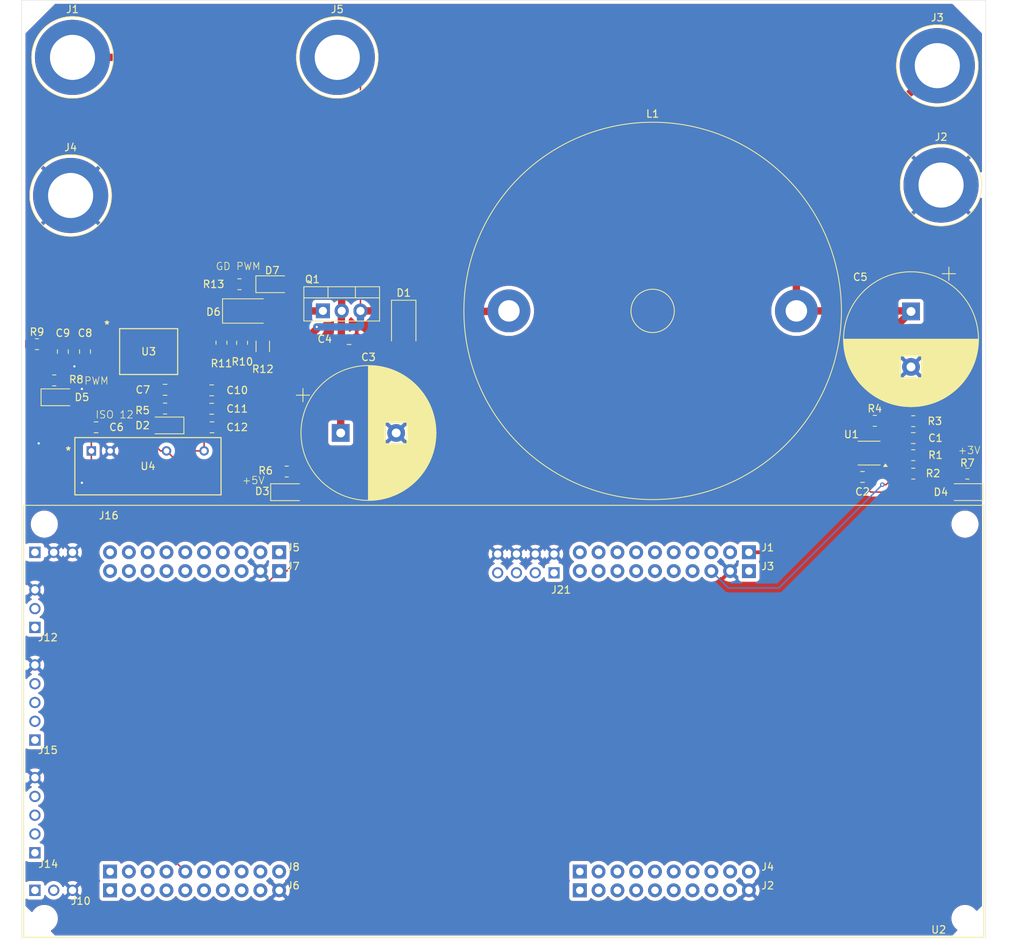
<source format=kicad_pcb>
(kicad_pcb (version 20240108) (generator "pcbnew") (generator_version "8.0")
  (layers (0 "F.Cu" signal) (31 "B.Cu" signal) (34 "B.Paste" user) (35 "F.Paste" user) (36 "B.SilkS" user "B.Silkscreen") (37 "F.SilkS" user "F.Silkscreen") (38 "B.Mask" user) (39 "F.Mask" user) (44 "Edge.Cuts" user))
  (net 0 "")
  (net 4 "Net-(U1A-+)")
  (net 5 "GND")
  (net 6 "+3.3V")
  (net 7 "Net-(U1A--)")
  (net 8 "/VFILT")
  (net 9 "/PowerStage/VIN")
  (net 10 "/VOUT")
  (net 11 "+5V")
  (net 18 "/GD/ISO_12")
  (net 23 "/GD/PWM_FILT")
  (net 24 "/VSW")
  (net 34 "Net-(D2-K)")
  (net 56 "Net-(D3-K)")
  (net 61 "Net-(D4-K)")
  (net 69 "Net-(D5-K)")
  (net 73 "/PWM")
  (net 82 "/VG")
  (net 85 "Net-(D6-K)")
  (net 89 "Net-(D7-K)")
  (net 92 "/GD/GD_PWM")
  (footprint "Connector:Banana_Jack_1Pin" (layer "F.Cu") (at 79.756 33.136)
    (property "Reference" "J1" (at 0 -6.5 0) (layer "F.SilkS"))
    (property "Value" "Conn_01x01_Pin")
    (pad "1" thru_hole circle (at 0 0) (size 10.16 10.16) (drill 6.1) (layers "*.Cu" "*.Mask") (net 9 "/PowerStage/VIN"))
  )
  (footprint "Connector:Banana_Jack_1Pin" (layer "F.Cu") (at 197.173 50.408)
    (property "Reference" "J2" (at 0 -6.5 0) (layer "F.SilkS"))
    (property "Value" "Conn_01x01_Pin")
    (pad "1" thru_hole circle (at 0 0) (size 10.16 10.16) (drill 6.1) (layers "*.Cu" "*.Mask") (net 5 "GND"))
  )
  (footprint "Connector:Banana_Jack_1Pin" (layer "F.Cu") (at 196.665 34.256)
    (property "Reference" "J3" (at 0 -6.5 0) (layer "F.SilkS"))
    (property "Value" "Conn_01x01_Pin")
    (pad "1" thru_hole circle (at 0 0) (size 10.16 10.16) (drill 6.1) (layers "*.Cu" "*.Mask") (net 10 "/VOUT"))
  )
  (footprint "Connector:Banana_Jack_1Pin" (layer "F.Cu") (at 115.549 33.136)
    (property "Reference" "J5" (at 0 -6.5 0) (layer "F.SilkS"))
    (property "Value" "Conn_01x01_Pin")
    (pad "1" thru_hole circle (at 0 0) (size 10.16 10.16) (drill 6.1) (layers "*.Cu" "*.Mask") (net 24 "/VSW"))
  )
  (footprint "Capacitor_SMD:C_0805_2012Metric" (layer "F.Cu") (at 193.4155 84.627)
    (property "Reference" "C1" (at 3 0 0) (layer "F.SilkS"))
    (property "Value" "560pF")
    (pad "1" smd roundrect (at -0.95 0) (size 1 1.45) (layers "F.Cu" "F.Paste" "F.Mask") (net 4 "Net-(U1A-+)"))
    (pad "2" smd roundrect (at 0.95 0) (size 1 1.45) (layers "F.Cu" "F.Paste" "F.Mask") (net 5 "GND"))
  )
  (footprint "Resistor_SMD:R_0805_2012Metric" (layer "F.Cu") (at 188.214 82.296)
    (property "Reference" "R4" (at 0 -1.65 0) (layer "F.SilkS"))
    (property "Value" "10k")
    (pad "1" smd roundrect (at -0.9125 0) (size 1.025 1.4) (layers "F.Cu" "F.Paste" "F.Mask") (roundrect_rratio 0.243902) (net 10 "/VOUT"))
    (pad "2" smd roundrect (at 0.9125 0) (size 1.025 1.4) (layers "F.Cu" "F.Paste" "F.Mask") (roundrect_rratio 0.243902) (net 4 "Net-(U1A-+)"))
  )
  (footprint "Resistor_SMD:R_0805_2012Metric_Pad1.20x1.40mm_HandSolder" (layer "F.Cu") (at 200.729 89.436 180)
    (property "Reference" "R7" (at 0 1.436 0) (layer "F.SilkS"))
    (property "Value" "3.3k")
    (pad "1" smd roundrect (at -1 0 180) (size 1.2 1.4) (layers "F.Cu" "F.Paste" "F.Mask") (roundrect_rratio 0.208333) (net 61 "Net-(D4-K)"))
    (pad "2" smd roundrect (at 1 0 180) (size 1.2 1.4) (layers "F.Cu" "F.Paste" "F.Mask") (roundrect_rratio 0.208333) (net 5 "GND"))
  )
  (footprint "LED_SMD:LED_1206_3216Metric" (layer "F.Cu") (at 108.831 91.948)
    (property "Reference" "D3" (at -3.421 -0.13 0) (layer "F.SilkS"))
    (property "Value" "IR26-21C_L110_TR8")
    (pad "1" smd roundrect (at -1.4 0) (size 1.25 1.75) (layers "F.Cu" "F.Paste" "F.Mask") (roundrect_rratio 0.2) (net 56 "Net-(D3-K)"))
    (pad "2" smd roundrect (at 1.4 0) (size 1.25 1.75) (layers "F.Cu" "F.Paste" "F.Mask") (roundrect_rratio 0.2) (net 11 "+5V"))
  )
  (footprint "Capacitor_THT:CP_Radial_D18.0mm_P7.50mm" (layer "F.Cu") (at 193.109 67.50422 -90)
    (property "Reference" "C5" (at -4.65022 6.858 180) (layer "F.SilkS"))
    (property "Value" "?")
    (pad "1" thru_hole rect (at 0 0 270) (size 2.4 2.4) (drill 1.2) (layers "*.Cu" "*.Mask") (net 10 "/VOUT"))
    (pad "2" thru_hole circle (at 7.5 0 270) (size 2.4 2.4) (drill 1.2) (layers "*.Cu" "*.Mask") (net 5 "GND"))
  )
  (footprint "Resistor_SMD:R_0805_2012Metric" (layer "F.Cu") (at 193.4155 89.438)
    (property "Reference" "R2" (at 2.6725 -0.03 0) (layer "F.SilkS"))
    (property "Value" "?")
    (pad "1" smd roundrect (at -0.9125 0) (size 1.025 1.4) (layers "F.Cu" "F.Paste" "F.Mask") (roundrect_rratio 0.243902) (net 7 "Net-(U1A--)"))
    (pad "2" smd roundrect (at 0.9125 0) (size 1.025 1.4) (layers "F.Cu" "F.Paste" "F.Mask") (roundrect_rratio 0.243902) (net 8 "/VFILT"))
  )
  (footprint "Capacitor_SMD:C_0805_2012Metric" (layer "F.Cu") (at 186.553 89.888)
    (property "Reference" "C2" (at 0 2 0) (layer "F.SilkS"))
    (property "Value" "C")
    (pad "1" smd roundrect (at -0.95 0) (size 1 1.45) (layers "F.Cu" "F.Paste" "F.Mask") (net 6 "+3.3V"))
    (pad "2" smd roundrect (at 0.95 0) (size 1 1.45) (layers "F.Cu" "F.Paste" "F.Mask") (net 5 "GND"))
  )
  (footprint "LED_SMD:LED_1206_3216Metric" (layer "F.Cu") (at 77.793 79.11)
    (property "Reference" "D5" (at 3.233 0 0) (layer "F.SilkS"))
    (property "Value" "IR26-21C_L110_TR8")
    (pad "1" smd roundrect (at -1.4 0) (size 1.25 1.75) (layers "F.Cu" "F.Paste" "F.Mask") (roundrect_rratio 0.2) (net 69 "Net-(D5-K)"))
    (pad "2" smd roundrect (at 1.4 0) (size 1.25 1.75) (layers "F.Cu" "F.Paste" "F.Mask") (roundrect_rratio 0.2) (net 73 "/PWM"))
  )
  (footprint "Resistor_SMD:R_0805_2012Metric_Pad1.20x1.40mm_HandSolder" (layer "F.Cu") (at 77.285 76.824)
    (property "Reference" "R8" (at 2.979 -0.116 0) (layer "F.SilkS"))
    (property "Value" "3.3k")
    (pad "1" smd roundrect (at -1 0) (size 1.2 1.4) (layers "F.Cu" "F.Paste" "F.Mask") (roundrect_rratio 0.208333) (net 69 "Net-(D5-K)"))
    (pad "2" smd roundrect (at 1 0) (size 1.2 1.4) (layers "F.Cu" "F.Paste" "F.Mask") (roundrect_rratio 0.208333) (net 5 "GND"))
  )
  (footprint "Connector:Banana_Jack_1Pin" (layer "F.Cu") (at 79.502 51.816)
    (property "Reference" "J4" (at 0 -6.5 0) (layer "F.SilkS"))
    (property "Value" "Conn_01x01_Pin")
    (pad "1" thru_hole circle (at 0 0) (size 10.16 10.16) (drill 6.1) (layers "*.Cu" "*.Mask") (net 5 "GND"))
  )
  (footprint "Resistor_SMD:R_0805_2012Metric_Pad1.20x1.40mm_HandSolder" (layer "F.Cu") (at 99.891 71.726 90)
    (property "Reference" "R11" (at -2.812 0 180) (layer "F.SilkS"))
    (property "Value" "12R")
    (pad "1" smd roundrect (at -1 0 90) (size 1.2 1.4) (layers "F.Cu" "F.Paste" "F.Mask") (roundrect_rratio 0.208333) (net 92 "/GD/GD_PWM"))
    (pad "2" smd roundrect (at 1 0 90) (size 1.2 1.4) (layers "F.Cu" "F.Paste" "F.Mask") (roundrect_rratio 0.208333) (net 85 "Net-(D6-K)"))
  )
  (footprint "Capacitor_SMD:C_0805_2012Metric" (layer "F.Cu") (at 92.271 78.094 180)
    (property "Reference" "C7" (at 3 0 0) (layer "F.SilkS"))
    (property "Value" "C")
    (pad "1" smd roundrect (at -0.95 0 180) (size 1 1.45) (layers "F.Cu" "F.Paste" "F.Mask") (net 18 "/GD/ISO_12"))
    (pad "2" smd roundrect (at 0.95 0 180) (size 1 1.45) (layers "F.Cu" "F.Paste" "F.Mask") (net 24 "/VSW"))
  )
  (footprint "Diode_SMD:D_SMA" (layer "F.Cu") (at 103.549 67.436)
    (property "Reference" "D6" (at -4.743 0.128 0) (layer "F.SilkS"))
    (property "Value" "US2AA")
    (pad "1" smd roundrect (at -2 0) (size 2.5 1.8) (layers "F.Cu" "F.Paste" "F.Mask") (roundrect_rratio 0.1388888889) (net 85 "Net-(D6-K)"))
    (pad "2" smd roundrect (at 2 0) (size 2.5 1.8) (layers "F.Cu" "F.Paste" "F.Mask") (roundrect_rratio 0.1388888889) (net 82 "/VG"))
  )
  (footprint "Package_TO_SOT_THT:TO-220-3_Vertical" (layer "F.Cu") (at 113.607 67.426)
    (property "Reference" "Q1" (at -1.42 -4.27 0) (layer "F.SilkS"))
    (property "Value" "IRF540N")
    (pad "1" thru_hole rect (at 0 0) (size 1.905 2) (drill 1.1) (layers "*.Cu" "*.Mask") (net 82 "/VG"))
    (pad "2" thru_hole oval (at 2.54 0) (size 1.905 2) (drill 1.1) (layers "*.Cu" "*.Mask") (net 9 "/PowerStage/VIN"))
    (pad "3" thru_hole oval (at 5.08 0) (size 1.905 2) (drill 1.1) (layers "*.Cu" "*.Mask") (net 24 "/VSW"))
  )
  (footprint "LAUNCHXL_F28379D:MOD_LAUNCHXL-F28379D" (layer "F.Cu") (at 138.049 122.936 180)
    (property "Reference" "U2" (at -58.801 -28.194 0) (layer "F.SilkS"))
    (property "Value" "LAUNCHXL-F28379D")
    (fp_text user "J6" (at 28.448 -22.225 0) (layer "F.SilkS"))
    (fp_text user "J5" (at 28.448 23.495 0) (layer "F.SilkS"))
    (fp_text user "J1" (at -35.687 23.495 0) (layer "F.SilkS"))
    (fp_text user "J16" (at 53.398 27.824 0) (layer "F.SilkS"))
    (fp_text user "J2" (at -35.687 -22.225 0) (layer "F.SilkS"))
    (fp_text user "J15" (at 61.628 -3.905 0) (layer "F.SilkS"))
    (fp_text user "J14" (at 61.578 -19.305 0) (layer "F.SilkS"))
    (fp_text user "J7" (at 28.448 20.955 0) (layer "F.SilkS"))
    (fp_text user "J12" (at 61.628 11.335 0) (layer "F.SilkS"))
    (fp_text user "J4" (at -35.687 -19.685 0) (layer "F.SilkS"))
    (fp_text user "J3" (at -35.687 20.955 0) (layer "F.SilkS"))
    (fp_text user "J21" (at -7.747 17.78 0) (layer "F.SilkS"))
    (fp_text user "J10" (at 57.178 -24.305 0) (layer "F.SilkS"))
    (fp_text user "J8" (at 28.448 -19.685 0) (layer "F.SilkS"))
    (pad "" np_thru_hole circle (at -62.357 -26.67 180) (size 3.175 3.175) (drill 3.175) (layers "*.Cu" "*.Mask"))
    (pad "" np_thru_hole circle (at -62.357 26.67 180) (size 3.175 3.175) (drill 3.175) (layers "*.Cu" "*.Mask"))
    (pad "" np_thru_hole circle (at 62.103 -26.67 180) (size 3.175 3.175) (drill 3.175) (layers "*.Cu" "*.Mask"))
    (pad "" np_thru_hole circle (at 62.103 26.67 180) (size 3.175 3.175) (drill 3.175) (layers "*.Cu" "*.Mask"))
    (pad "J1_1" thru_hole rect (at -33.147 22.86 180) (size 1.8796 1.8796) (drill 1.016) (layers "*.Cu" "*.Mask") (net 6 "+3.3V"))
    (pad "J1_2" thru_hole circle (at -30.607 22.86 180) (size 1.8796 1.8796) (drill 1.016) (layers "*.Cu" "*.Mask"))
    (pad "J1_3" thru_hole circle (at -28.067 22.86 180) (size 1.8796 1.8796) (drill 1.016) (layers "*.Cu" "*.Mask"))
    (pad "J1_4" thru_hole circle (at -25.527 22.86 180) (size 1.8796 1.8796) (drill 1.016) (layers "*.Cu" "*.Mask"))
    (pad "J1_5" thru_hole circle (at -22.987 22.86 180) (size 1.8796 1.8796) (drill 1.016) (layers "*.Cu" "*.Mask"))
    (pad "J1_6" thru_hole circle (at -20.447 22.86 180) (size 1.8796 1.8796) (drill 1.016) (layers "*.Cu" "*.Mask"))
    (pad "J1_7" thru_hole circle (at -17.907 22.86 180) (size 1.8796 1.8796) (drill 1.016) (layers "*.Cu" "*.Mask"))
    (pad "J1_8" thru_hole circle (at -15.367 22.86 180) (size 1.8796 1.8796) (drill 1.016) (layers "*.Cu" "*.Mask"))
    (pad "J1_9" thru_hole circle (at -12.827 22.86 180) (size 1.8796 1.8796) (drill 1.016) (layers "*.Cu" "*.Mask"))
    (pad "J1_10" thru_hole circle (at -10.287 22.86 180) (size 1.8796 1.8796) (drill 1.016) (layers "*.Cu" "*.Mask"))
    (pad "J2_1" thru_hole rect (at -10.287 -22.86 180) (size 1.8796 1.8796) (drill 1.016) (layers "*.Cu" "*.Mask"))
    (pad "J2_2" thru_hole circle (at -12.827 -22.86 180) (size 1.8796 1.8796) (drill 1.016) (layers "*.Cu" "*.Mask"))
    (pad "J2_3" thru_hole circle (at -15.367 -22.86 180) (size 1.8796 1.8796) (drill 1.016) (layers "*.Cu" "*.Mask"))
    (pad "J2_4" thru_hole circle (at -17.907 -22.86 180) (size 1.8796 1.8796) (drill 1.016) (layers "*.Cu" "*.Mask"))
    (pad "J2_5" thru_hole circle (at -20.447 -22.86 180) (size 1.8796 1.8796) (drill 1.016) (layers "*.Cu" "*.Mask"))
    (pad "J2_6" thru_hole circle (at -22.987 -22.86 180) (size 1.8796 1.8796) (drill 1.016) (layers "*.Cu" "*.Mask"))
    (pad "J2_7" thru_hole circle (at -25.527 -22.86 180) (size 1.8796 1.8796) (drill 1.016) (layers "*.Cu" "*.Mask"))
    (pad "J2_8" thru_hole circle (at -28.067 -22.86 180) (size 1.8796 1.8796) (drill 1.016) (layers "*.Cu" "*.Mask"))
    (pad "J2_9" thru_hole circle (at -30.607 -22.86 180) (size 1.8796 1.8796) (drill 1.016) (layers "*.Cu" "*.Mask"))
    (pad "J2_10" thru_hole circle (at -33.147 -22.86 180) (size 1.8796 1.8796) (drill 1.016) (layers "*.Cu" "*.Mask") (net 5 "GND"))
    (pad "J3_1" thru_hole rect (at -33.147 20.32 180) (size 1.8796 1.8796) (drill 1.016) (layers "*.Cu" "*.Mask"))
    (pad "J3_2" thru_hole circle (at -30.607 20.32 180) (size 1.8796 1.8796) (drill 1.016) (layers "*.Cu" "*.Mask") (net 5 "GND"))
    (pad "J3_3" thru_hole circle (at -28.067 20.32 180) (size 1.8796 1.8796) (drill 1.016) (layers "*.Cu" "*.Mask") (net 8 "/VFILT"))
    (pad "J3_4" thru_hole circle (at -25.527 20.32 180) (size 1.8796 1.8796) (drill 1.016) (layers "*.Cu" "*.Mask"))
    (pad "J3_5" thru_hole circle (at -22.987 20.32 180) (size 1.8796 1.8796) (drill 1.016) (layers "*.Cu" "*.Mask"))
    (pad "J3_6" thru_hole circle (at -20.447 20.32 180) (size 1.8796 1.8796) (drill 1.016) (layers "*.Cu" "*.Mask"))
    (pad "J3_7" thru_hole circle (at -17.907 20.32 180) (size 1.8796 1.8796) (drill 1.016) (layers "*.Cu" "*.Mask"))
    (pad "J3_8" thru_hole circle (at -15.367 20.32 180) (size 1.8796 1.8796) (drill 1.016) (layers "*.Cu" "*.Mask"))
    (pad "J3_9" thru_hole circle (at -12.827 20.32 180) (size 1.8796 1.8796) (drill 1.016) (layers "*.Cu" "*.Mask"))
    (pad "J3_10" thru_hole circle (at -10.287 20.32 180) (size 1.8796 1.8796) (drill 1.016) (layers "*.Cu" "*.Mask"))
    (pad "J4_1" thru_hole rect (at -10.287 -20.32 180) (size 1.8796 1.8796) (drill 1.016) (layers "*.Cu" "*.Mask"))
    (pad "J4_2" thru_hole circle (at -12.827 -20.32 180) (size 1.8796 1.8796) (drill 1.016) (layers "*.Cu" "*.Mask"))
    (pad "J4_3" thru_hole circle (at -15.367 -20.32 180) (size 1.8796 1.8796) (drill 1.016) (layers "*.Cu" "*.Mask"))
    (pad "J4_4" thru_hole circle (at -17.907 -20.32 180) (size 1.8796 1.8796) (drill 1.016) (layers "*.Cu" "*.Mask"))
    (pad "J4_5" thru_hole circle (at -20.447 -20.32 180) (size 1.8796 1.8796) (drill 1.016) (layers "*.Cu" "*.Mask"))
    (pad "J4_6" thru_hole circle (at -22.987 -20.32 180) (size 1.8796 1.8796) (drill 1.016) (layers "*.Cu" "*.Mask"))
    (pad "J4_7" thru_hole circle (at -25.527 -20.32 180) (size 1.8796 1.8796) (drill 1.016) (layers "*.Cu" "*.Mask"))
    (pad "J4_8" thru_hole circle (at -28.067 -20.32 180) (size 1.8796 1.8796) (drill 1.016) (layers "*.Cu" "*.Mask"))
    (pad "J4_9" thru_hole circle (at -30.607 -20.32 180) (size 1.8796 1.8796) (drill 1.016) (layers "*.Cu" "*.Mask"))
    (pad "J4_10" thru_hole circle (at -33.147 -20.32 180) (size 1.8796 1.8796) (drill 1.016) (layers "*.Cu" "*.Mask"))
    (pad "J5_1" thru_hole rect (at 30.353 22.86 180) (size 1.8796 1.8796) (drill 1.016) (layers "*.Cu" "*.Mask"))
    (pad "J5_2" thru_hole circle (at 32.893 22.86 180) (size 1.8796 1.8796) (drill 1.016) (layers "*.Cu" "*.Mask"))
    (pad "J5_3" thru_hole circle (at 35.433 22.86 180) (size 1.8796 1.8796) (drill 1.016) (layers "*.Cu" "*.Mask"))
    (pad "J5_4" thru_hole circle (at 37.973 22.86 180) (size 1.8796 1.8796) (drill 1.016) (layers "*.Cu" "*.Mask"))
    (pad "J5_5" thru_hole circle (at 40.513 22.86 180) (size 1.8796 1.8796) (drill 1.016) (layers "*.Cu" "*.Mask"))
    (pad "J5_6" thru_hole circle (at 43.053 22.86 180) (size 1.8796 1.8796) (drill 1.016) (layers "*.Cu" "*.Mask"))
    (pad "J5_7" thru_hole circle (at 45.593 22.86 180) (size 1.8796 1.8796) (drill 1.016) (layers "*.Cu" "*.Mask"))
    (pad "J5_8" thru_hole circle (at 48.133 22.86 180) (size 1.8796 1.8796) (drill 1.016) (layers "*.Cu" "*.Mask"))
    (pad "J5_9" thru_hole circle (at 50.673 22.86 180) (size 1.8796 1.8796) (drill 1.016) (layers "*.Cu" "*.Mask"))
    (pad "J5_10" thru_hole circle (at 53.213 22.86 180) (size 1.8796 1.8796) (drill 1.016) (layers "*.Cu" "*.Mask"))
    (pad "J6_1" thru_hole rect (at 53.213 -22.86 180) (size 1.8796 1.8796) (drill 1.016) (layers "*.Cu" "*.Mask"))
    (pad "J6_2" thru_hole circle (at 50.673 -22.86 180) (size 1.8796 1.8796) (drill 1.016) (layers "*.Cu" "*.Mask"))
    (pad "J6_3" thru_hole circle (at 48.133 -22.86 180) (size 1.8796 1.8796) (drill 1.016) (layers "*.Cu" "*.Mask"))
    (pad "J6_4" thru_hole circle (at 45.593 -22.86 180) (size 1.8796 1.8796) (drill 1.016) (layers "*.Cu" "*.Mask"))
    (pad "J6_5" thru_hole circle (at 43.053 -22.86 180) (size 1.8796 1.8796) (drill 1.016) (layers "*.Cu" "*.Mask"))
    (pad "J6_6" thru_hole circle (at 40.513 -22.86 180) (size 1.8796 1.8796) (drill 1.016) (layers "*.Cu" "*.Mask"))
    (pad "J6_7" thru_hole circle (at 37.973 -22.86 180) (size 1.8796 1.8796) (drill 1.016) (layers "*.Cu" "*.Mask"))
    (pad "J6_8" thru_hole circle (at 35.433 -22.86 180) (size 1.8796 1.8796) (drill 1.016) (layers "*.Cu" "*.Mask"))
    (pad "J6_9" thru_hole circle (at 32.893 -22.86 180) (size 1.8796 1.8796) (drill 1.016) (layers "*.Cu" "*.Mask"))
    (pad "J6_10" thru_hole circle (at 30.353 -22.86 180) (size 1.8796 1.8796) (drill 1.016) (layers "*.Cu" "*.Mask") (net 5 "GND"))
    (pad "J7_1" thru_hole rect (at 30.353 20.32 180) (size 1.8796 1.8796) (drill 1.016) (layers "*.Cu" "*.Mask") (net 11 "+5V"))
    (pad "J7_2" thru_hole circle (at 32.893 20.32 180) (size 1.8796 1.8796) (drill 1.016) (layers "*.Cu" "*.Mask") (net 5 "GND"))
    (pad "J7_3" thru_hole circle (at 35.433 20.32 180) (size 1.8796 1.8796) (drill 1.016) (layers "*.Cu" "*.Mask"))
    (pad "J7_4" thru_hole circle (at 37.973 20.32 180) (size 1.8796 1.8796) (drill 1.016) (layers "*.Cu" "*.Mask"))
    (pad "J7_5" thru_hole circle (at 40.513 20.32 180) (size 1.8796 1.8796) (drill 1.016) (layers "*.Cu" "*.Mask"))
    (pad "J7_6" thru_hole circle (at 43.053 20.32 180) (size 1.8796 1.8796) (drill 1.016) (layers "*.Cu" "*.Mask"))
    (pad "J7_7" thru_hole circle (at 45.593 20.32 180) (size 1.8796 1.8796) (drill 1.016) (layers "*.Cu" "*.Mask"))
    (pad "J7_8" thru_hole circle (at 48.133 20.32 180) (size 1.8796 1.8796) (drill 1.016) (layers "*.Cu" "*.Mask"))
    (pad "J7_9" thru_hole circle (at 50.673 20.32 180) (size 1.8796 1.8796) (drill 1.016) (layers "*.Cu" "*.Mask"))
    (pad "J7_10" thru_hole circle (at 53.213 20.32 180) (size 1.8796 1.8796) (drill 1.016) (layers "*.Cu" "*.Mask"))
    (pad "J8_1" thru_hole rect (at 53.213 -20.32 180) (size 1.8796 1.8796) (drill 1.016) (layers "*.Cu" "*.Mask"))
    (pad "J8_2" thru_hole circle (at 50.673 -20.32 180) (size 1.8796 1.8796) (drill 1.016) (layers "*.Cu" "*.Mask"))
    (pad "J8_3" thru_hole circle (at 48.133 -20.32 180) (size 1.8796 1.8796) (drill 1.016) (layers "*.Cu" "*.Mask"))
    (pad "J8_4" thru_hole circle (at 45.593 -20.32 180) (size 1.8796 1.8796) (drill 1.016) (layers "*.Cu" "*.Mask"))
    (pad "J8_5" thru_hole circle (at 43.053 -20.32 180) (size 1.8796 1.8796) (drill 1.016) (layers "*.Cu" "*.Mask") (net 73 "/PWM"))
    (pad "J8_6" thru_hole circle (at 40.513 -20.32 180) (size 1.8796 1.8796) (drill 1.016) (layers "*.Cu" "*.Mask"))
    (pad "J8_7" thru_hole circle (at 37.973 -20.32 180) (size 1.8796 1.8796) (drill 1.016) (layers "*.Cu" "*.Mask"))
    (pad "J8_8" thru_hole circle (at 35.433 -20.32 180) (size 1.8796 1.8796) (drill 1.016) (layers "*.Cu" "*.Mask"))
    (pad "J8_9" thru_hole circle (at 32.893 -20.32 180) (size 1.8796 1.8796) (drill 1.016) (layers "*.Cu" "*.Mask"))
    (pad "J8_10" thru_hole circle (at 30.353 -20.32 180) (size 1.8796 1.8796) (drill 1.016) (layers "*.Cu" "*.Mask"))
    (pad "J10_1" thru_hole rect (at 63.373 -22.86 180) (size 1.524 1.524) (drill 1.016) (layers "*.Cu" "*.Mask"))
    (pad "J10_2" thru_hole circle (at 60.833 -22.86 180) (size 1.524 1.524) (drill 1.016) (layers "*.Cu" "*.Mask"))
    (pad "J10_3" thru_hole circle (at 58.293 -22.86 180) (size 1.524 1.524) (drill 1.016) (layers "*.Cu" "*.Mask") (net 5 "GND"))
    (pad "J12_1" thru_hole rect (at 63.373 12.7 180) (size 1.524 1.524) (drill 1.016) (layers "*.Cu" "*.Mask"))
    (pad "J12_2" thru_hole circle (at 63.373 15.24 180) (size 1.524 1.524) (drill 1.016) (layers "*.Cu" "*.Mask"))
    (pad "J12_3" thru_hole circle (at 63.373 17.78 180) (size 1.524 1.524) (drill 1.016) (layers "*.Cu" "*.Mask") (net 5 "GND"))
    (pad "J14_1" thru_hole rect (at 63.373 -17.78 180) (size 1.524 1.524) (drill 1.016) (layers "*.Cu" "*.Mask"))
    (pad "J14_2" thru_hole circle (at 63.373 -15.24 180) (size 1.524 1.524) (drill 1.016) (layers "*.Cu" "*.Mask"))
    (pad "J14_3" thru_hole circle (at 63.373 -12.7 180) (size 1.524 1.524) (drill 1.016) (layers "*.Cu" "*.Mask"))
    (pad "J14_4" thru_hole circle (at 63.373 -10.16 180) (size 1.524 1.524) (drill 1.016) (layers "*.Cu" "*.Mask"))
    (pad "J14_5" thru_hole circle (at 63.373 -7.62 180) (size 1.524 1.524) (drill 1.016) (layers "*.Cu" "*.Mask") (net 5 "GND"))
    (pad "J15_1" thru_hole rect (at 63.373 -2.54 180) (size 1.524 1.524) (drill 1.016) (layers "*.Cu" "*.Mask"))
    (pad "J15_2" thru_hole circle (at 63.373 0 180) (size 1.524 1.524) (drill 1.016) (layers "*.Cu" "*.Mask"))
    (pad "J15_3" thru_hole circle (at 63.373 2.54 180) (size 1.524 1.524) (drill 1.016) (layers "*.Cu" "*.Mask"))
    (pad "J15_4" thru_hole circle (at 63.373 5.08 180) (size 1.524 1.524) (drill 1.016) (layers "*.Cu" "*.Mask"))
    (pad "J15_5" thru_hole circle (at 63.373 7.62 180) (size 1.524 1.524) (drill 1.016) (layers "*.Cu" "*.Mask") (net 5 "GND"))
    (pad "J16_1" thru_hole rect (at 63.373 22.86 180) (size 1.524 1.524) (drill 1.016) (layers "*.Cu" "*.Mask"))
    (pad "J16_2" thru_hole circle (at 60.833 22.86 180) (size 1.524 1.524) (drill 1.016) (layers "*.Cu" "*.Mask") (net 5 "GND"))
    (pad "J16_3" thru_hole circle (at 58.293 22.86 180) (size 1.524 1.524) (drill 1.016) (layers "*.Cu" "*.Mask") (net 5 "GND"))
    (pad "J21_1" thru_hole rect (at -6.803 20.086 180) (size 1.5 1.5) (drill 1) (layers "*.Cu" "*.Mask"))
    (pad "J21_2" thru_hole circle (at -6.803 22.626 180) (size 1.5 1.5) (drill 1) (layers "*.Cu" "*.Mask") (net 5 "GND"))
    (pad "J21_3" thru_hole circle (at -4.263 20.086 180) (size 1.5 1.5) (drill 1) (layers "*.Cu" "*.Mask"))
    (pad "J21_4" thru_hole circle (at -4.263 22.626 180) (size 1.5 1.5) (drill 1) (layers "*.Cu" "*.Mask") (net 5 "GND"))
    (pad "J21_5" thru_hole circle (at -1.723 20.086 180) (size 1.5 1.5) (drill 1) (layers "*.Cu" "*.Mask"))
    (pad "J21_6" thru_hole circle (at -1.723 22.626 180) (size 1.5 1.5) (drill 1) (layers "*.Cu" "*.Mask") (net 5 "GND"))
    (pad "J21_7" thru_hole circle (at 0.817 20.086 180) (size 1.5 1.5) (drill 1) (layers "*.Cu" "*.Mask"))
    (pad "J21_8" thru_hole circle (at 0.817 22.626 180) (size 1.5 1.5) (drill 1) (layers "*.Cu" "*.Mask") (net 5 "GND"))
  )
  (footprint "Package_SO:VSSOP-8_3x3mm_P0.65mm" (layer "F.Cu") (at 187.4405 86.659 180)
    (property "Reference" "U1" (at 2.3875 2.525 0) (layer "F.SilkS"))
    (property "Value" "LM358")
    (pad "1" smd roundrect (at -2.1125 -0.975 180) (size 1.625 0.5) (layers "F.Cu" "F.Paste" "F.Mask") (net 8 "/VFILT"))
    (pad "2" smd roundrect (at -2.1125 -0.325 180) (size 1.625 0.5) (layers "F.Cu" "F.Paste" "F.Mask") (net 7 "Net-(U1A--)"))
    (pad "3" smd roundrect (at -2.1125 0.325 180) (size 1.625 0.5) (layers "F.Cu" "F.Paste" "F.Mask") (net 4 "Net-(U1A-+)"))
    (pad "4" smd roundrect (at -2.1125 0.975 180) (size 1.625 0.5) (layers "F.Cu" "F.Paste" "F.Mask") (net 5 "GND"))
    (pad "5" smd roundrect (at 2.1125 0.975 180) (size 1.625 0.5) (layers "F.Cu" "F.Paste" "F.Mask"))
    (pad "6" smd roundrect (at 2.1125 0.325 180) (size 1.625 0.5) (layers "F.Cu" "F.Paste" "F.Mask"))
    (pad "7" smd roundrect (at 2.1125 -0.325 180) (size 1.625 0.5) (layers "F.Cu" "F.Paste" "F.Mask"))
    (pad "8" smd roundrect (at 2.1125 -0.975 180) (size 1.625 0.5) (layers "F.Cu" "F.Paste" "F.Mask") (net 6 "+3.3V"))
  )
  (footprint "Capacitor_SMD:C_0805_2012Metric" (layer "F.Cu") (at 98.571 78.174)
    (property "Reference" "C10" (at 3.45 -0.01 180) (layer "F.SilkS"))
    (property "Value" "10u")
    (pad "1" smd roundrect (at -0.95 0) (size 1 1.45) (layers "F.Cu" "F.Paste" "F.Mask") (net 18 "/GD/ISO_12"))
    (pad "2" smd roundrect (at 0.95 0) (size 1 1.45) (layers "F.Cu" "F.Paste" "F.Mask") (net 24 "/VSW"))
  )
  (footprint "Capacitor_SMD:C_0805_2012Metric" (layer "F.Cu") (at 82.939 83.174)
    (property "Reference" "C6" (at 2.768 -0.016 0) (layer "F.SilkS"))
    (property "Value" "1u")
    (pad "1" smd roundrect (at -0.95 0) (size 1 1.45) (layers "F.Cu" "F.Paste" "F.Mask") (net 11 "+5V"))
    (pad "2" smd roundrect (at 0.95 0) (size 1 1.45) (layers "F.Cu" "F.Paste" "F.Mask") (net 5 "GND"))
  )
  (footprint "LED_SMD:LED_1206_3216Metric" (layer "F.Cu") (at 106.827 63.818)
    (property "Reference" "D7" (at -0.078 -1.86 0) (layer "F.SilkS"))
    (property "Value" "IR26-21C_L110_TR8")
    (pad "1" smd roundrect (at -1.4 0) (size 1.25 1.75) (layers "F.Cu" "F.Paste" "F.Mask") (roundrect_rratio 0.2) (net 89 "Net-(D7-K)"))
    (pad "2" smd roundrect (at 1.4 0) (size 1.25 1.75) (layers "F.Cu" "F.Paste" "F.Mask") (roundrect_rratio 0.2) (net 82 "/VG"))
  )
  (footprint "Resistor_SMD:R_0805_2012Metric_Pad1.20x1.40mm_HandSolder" (layer "F.Cu") (at 108.712 89.154)
    (property "Reference" "R6" (at -2.847 -0.116 0) (layer "F.SilkS"))
    (property "Value" "3.3k")
    (pad "1" smd roundrect (at -1 0) (size 1.2 1.4) (layers "F.Cu" "F.Paste" "F.Mask") (roundrect_rratio 0.208333) (net 56 "Net-(D3-K)"))
    (pad "2" smd roundrect (at 1 0) (size 1.2 1.4) (layers "F.Cu" "F.Paste" "F.Mask") (roundrect_rratio 0.208333) (net 5 "GND"))
  )
  (footprint "LED_SMD:LED_1206_3216Metric" (layer "F.Cu") (at 200.549 91.936 180)
    (property "Reference" "D4" (at 3.4 0 0) (layer "F.SilkS"))
    (property "Value" "IR26-21C_L110_TR8")
    (pad "1" smd roundrect (at -1.4 0 180) (size 1.25 1.75) (layers "F.Cu" "F.Paste" "F.Mask") (roundrect_rratio 0.2) (net 61 "Net-(D4-K)"))
    (pad "2" smd roundrect (at 1.4 0 180) (size 1.25 1.75) (layers "F.Cu" "F.Paste" "F.Mask") (roundrect_rratio 0.2) (net 6 "+3.3V"))
  )
  (footprint "Capacitor_SMD:C_0805_2012Metric" (layer "F.Cu") (at 98.621 83.174)
    (property "Reference" "C12" (at 3.4 -0.01 180) (layer "F.SilkS"))
    (property "Value" "10u")
    (pad "1" smd roundrect (at -0.95 0) (size 1 1.45) (layers "F.Cu" "F.Paste" "F.Mask") (net 18 "/GD/ISO_12"))
    (pad "2" smd roundrect (at 0.95 0) (size 1 1.45) (layers "F.Cu" "F.Paste" "F.Mask") (net 24 "/VSW"))
  )
  (footprint "Resistor_SMD:R_1206_3216Metric_Pad1.30x1.75mm_HandSolder" (layer "F.Cu") (at 105.479 72.226 90)
    (property "Reference" "R12" (at -3.074 0 180) (layer "F.SilkS"))
    (property "Value" "50R")
    (pad "1" smd roundrect (at -1.55 0 90) (size 1.3 1.75) (layers "F.Cu" "F.Paste" "F.Mask") (roundrect_rratio 0.192308) (net 24 "/VSW"))
    (pad "2" smd roundrect (at 1.55 0 90) (size 1.3 1.75) (layers "F.Cu" "F.Paste" "F.Mask") (roundrect_rratio 0.192308) (net 82 "/VG"))
  )
  (footprint "LED_SMD:LED_1206_3216Metric" (layer "F.Cu") (at 92.525 82.92 180)
    (property "Reference" "D2" (at 3.302 0 0) (layer "F.SilkS"))
    (property "Value" "IR26-21C_L110_TR8")
    (pad "1" smd roundrect (at -1.4 0 180) (size 1.25 1.75) (layers "F.Cu" "F.Paste" "F.Mask") (roundrect_rratio 0.2) (net 34 "Net-(D2-K)"))
    (pad "2" smd roundrect (at 1.4 0 180) (size 1.25 1.75) (layers "F.Cu" "F.Paste" "F.Mask") (roundrect_rratio 0.2) (net 18 "/GD/ISO_12"))
  )
  (footprint "Capacitor_THT:CP_Radial_D18.0mm_P7.50mm" (layer "F.Cu") (at 116.013 83.936)
    (property "Reference" "C3" (at 3.75 -10.25 0) (layer "F.SilkS"))
    (property "Value" "470u")
    (pad "1" thru_hole rect (at 0 0) (size 2.4 2.4) (drill 1.2) (layers "*.Cu" "*.Mask") (net 9 "/PowerStage/VIN"))
    (pad "2" thru_hole circle (at 7.5 0) (size 2.4 2.4) (drill 1.2) (layers "*.Cu" "*.Mask") (net 5 "GND"))
  )
  (footprint "Capacitor_SMD:C_0805_2012Metric" (layer "F.Cu") (at 98.571 80.664)
    (property "Reference" "C11" (at 3.45 0 180) (layer "F.SilkS"))
    (property "Value" "220n")
    (pad "1" smd roundrect (at -0.95 0) (size 1 1.45) (layers "F.Cu" "F.Paste" "F.Mask") (net 18 "/GD/ISO_12"))
    (pad "2" smd roundrect (at 0.95 0) (size 1 1.45) (layers "F.Cu" "F.Paste" "F.Mask") (net 24 "/VSW"))
  )
  (footprint "Resistor_SMD:R_0805_2012Metric_Pad1.20x1.40mm_HandSolder" (layer "F.Cu") (at 74.949 71.926)
    (property "Reference" "R9" (at 0 -1.65 0) (layer "F.SilkS"))
    (property "Value" "R")
    (pad "1" smd roundrect (at -1 0) (size 1.2 1.4) (layers "F.Cu" "F.Paste" "F.Mask") (roundrect_rratio 0.208333) (net 73 "/PWM"))
    (pad "2" smd roundrect (at 1 0) (size 1.2 1.4) (layers "F.Cu" "F.Paste" "F.Mask") (roundrect_rratio 0.208333) (net 23 "/GD/PWM_FILT"))
  )
  (footprint "Resistor_SMD:R_0805_2012Metric_Pad1.20x1.40mm_HandSolder" (layer "F.Cu") (at 102.685 71.744 90)
    (property "Reference" "R10" (at -2.558 0.022 180) (layer "F.SilkS"))
    (property "Value" "7R")
    (pad "1" smd roundrect (at -1 0 90) (size 1.2 1.4) (layers "F.Cu" "F.Paste" "F.Mask") (roundrect_rratio 0.208333) (net 92 "/GD/GD_PWM"))
    (pad "2" smd roundrect (at 1 0 90) (size 1.2 1.4) (layers "F.Cu" "F.Paste" "F.Mask") (roundrect_rratio 0.208333) (net 82 "/VG"))
  )
  (footprint "Resistor_SMD:R_0805_2012Metric_Pad1.20x1.40mm_HandSolder" (layer "F.Cu") (at 92.271 80.634 180)
    (property "Reference" "R5" (at 3.048 -0.254 180) (layer "F.SilkS"))
    (property "Value" "3.3k")
    (pad "1" smd roundrect (at -1 0 180) (size 1.2 1.4) (layers "F.Cu" "F.Paste" "F.Mask") (roundrect_rratio 0.208333) (net 34 "Net-(D2-K)"))
    (pad "2" smd roundrect (at 1 0 180) (size 1.2 1.4) (layers "F.Cu" "F.Paste" "F.Mask") (roundrect_rratio 0.208333) (net 24 "/VSW"))
  )
  (footprint "Diode_SMD:D_SMA" (layer "F.Cu") (at 124.529 69.49 -90)
    (property "Reference" "D1" (at -4.5 0 180) (layer "F.SilkS"))
    (property "Value" "SS310")
    (pad "1" smd roundrect (at -2 0 270) (size 2.5 1.8) (layers "F.Cu" "F.Paste" "F.Mask") (roundrect_rratio 0.1388888889) (net 24 "/VSW"))
    (pad "2" smd roundrect (at 2 0 270) (size 2.5 1.8) (layers "F.Cu" "F.Paste" "F.Mask") (roundrect_rratio 0.1388888889) (net 5 "GND"))
  )
  (footprint "Capacitor_SMD:C_0805_2012Metric_Pad1.18x1.45mm_HandSolder" (layer "F.Cu") (at 117.1415 71.236)
    (property "Reference" "C4" (at -3.2805 0 0) (layer "F.SilkS"))
    (property "Value" "1uf")
    (pad "1" smd roundrect (at -1.0375 0) (size 1.175 1.45) (layers "F.Cu" "F.Paste" "F.Mask") (roundrect_rratio 0.212766) (net 9 "/PowerStage/VIN"))
    (pad "2" smd roundrect (at 1.0375 0) (size 1.175 1.45) (layers "F.Cu" "F.Paste" "F.Mask") (roundrect_rratio 0.212766) (net 5 "GND"))
  )
  (footprint "Resistor_SMD:R_0805_2012Metric_Pad1.20x1.40mm_HandSolder" (layer "F.Cu") (at 102.327 63.818 180)
    (property "Reference" "R13" (at 3.5 0 0) (layer "F.SilkS"))
    (property "Value" "3.3k")
    (pad "1" smd roundrect (at -1 0 180) (size 1.2 1.4) (layers "F.Cu" "F.Paste" "F.Mask") (roundrect_rratio 0.208333) (net 89 "Net-(D7-K)"))
    (pad "2" smd roundrect (at 1 0 180) (size 1.2 1.4) (layers "F.Cu" "F.Paste" "F.Mask") (roundrect_rratio 0.208333) (net 24 "/VSW"))
  )
  (footprint "Resistor_SMD:R_0805_2012Metric" (layer "F.Cu") (at 193.4155 86.938 180)
    (property "Reference" "R1" (at -3 0 0) (layer "F.SilkS"))
    (property "Value" "10k")
    (pad "1" smd roundrect (at -0.9125 0 180) (size 1.025 1.4) (layers "F.Cu" "F.Paste" "F.Mask") (roundrect_rratio 0.243902) (net 5 "GND"))
    (pad "2" smd roundrect (at 0.9125 0 180) (size 1.025 1.4) (layers "F.Cu" "F.Paste" "F.Mask") (roundrect_rratio 0.243902) (net 7 "Net-(U1A--)"))
  )
  (footprint "Inductor_THT:L_Radial_D50.8mm_P38.86mm_Vishay_IHB-6" (layer "F.Cu") (at 138.753 67.426)
    (property "Reference" "L1" (at 19.43 -26.65 0) (layer "F.SilkS"))
    (property "Value" "?")
    (pad "1" thru_hole circle (at 0 0) (size 5.8 5.8) (drill 2.9) (layers "*.Cu" "*.Mask") (net 24 "/VSW"))
    (pad "2" thru_hole circle (at 38.86 0) (size 5.8 5.8) (drill 2.9) (layers "*.Cu" "*.Mask") (net 10 "/VOUT"))
  )
  (footprint "Capacitor_SMD:C_0805_2012Metric_Pad1.18x1.45mm_HandSolder" (layer "F.Cu") (at 78.449 72.926 -90)
    (property "Reference" "C9" (at -2.5 0 180) (layer "F.SilkS"))
    (property "Value" "C")
    (pad "1" smd roundrect (at -1.0375 0 270) (size 1.175 1.45) (layers "F.Cu" "F.Paste" "F.Mask") (roundrect_rratio 0.212766) (net 23 "/GD/PWM_FILT"))
    (pad "2" smd roundrect (at 1.0375 0 270) (size 1.175 1.45) (layers "F.Cu" "F.Paste" "F.Mask") (roundrect_rratio 0.212766) (net 5 "GND"))
  )
  (footprint "Resistor_SMD:R_0805_2012Metric" (layer "F.Cu") (at 193.4155 82.341)
    (property "Reference" "R3" (at 2.9125 0 0) (layer "F.SilkS"))
    (property "Value" "?")
    (pad "1" smd roundrect (at -0.9125 0) (size 1.025 1.4) (layers "F.Cu" "F.Paste" "F.Mask") (roundrect_rratio 0.243902) (net 4 "Net-(U1A-+)"))
    (pad "2" smd roundrect (at 0.9125 0) (size 1.025 1.4) (layers "F.Cu" "F.Paste" "F.Mask") (roundrect_rratio 0.243902) (net 5 "GND"))
  )
  (footprint "Capacitor_SMD:C_0805_2012Metric_Pad1.18x1.45mm_HandSolder" (layer "F.Cu") (at 81.449 72.926 -90)
    (property "Reference" "C8" (at -2.5 0 0) (layer "F.SilkS"))
    (property "Value" "1u")
    (pad "1" smd roundrect (at -1.0375 0 270) (size 1.175 1.45) (layers "F.Cu" "F.Paste" "F.Mask") (roundrect_rratio 0.212766) (net 11 "+5V"))
    (pad "2" smd roundrect (at 1.0375 0 270) (size 1.175 1.45) (layers "F.Cu" "F.Paste" "F.Mask") (roundrect_rratio 0.212766) (net 5 "GND"))
  )
  (footprint "TMV_0512SHI:TMV-HI_SINGLE_TRP" (layer "F.Cu") (at 82.305 86.361)
    (property "Reference" "U4" (at 7.65 2.075 0) (layer "F.SilkS"))
    (property "Value" "TMV 0512SHI")
    (fp_text user "*" (at -3.1196 0 0) (layer "F.SilkS"))
    (fp_text user "*" (at -3.1196 0 0) (layer "F.SilkS"))
    (pad "1" thru_hole rect (at 0 0) (size 1.27 1.27) (drill 0.762) (layers "*.Cu" "*.Mask") (net 11 "+5V"))
    (pad "2" thru_hole circle (at 2.54 0) (size 1.27 1.27) (drill 0.762) (layers "*.Cu" "*.Mask") (net 5 "GND"))
    (pad "5" thru_hole circle (at 10.16 0) (size 1.27 1.27) (drill 0.762) (layers "*.Cu" "*.Mask") (net 24 "/VSW"))
    (pad "7" thru_hole circle (at 15.24 0) (size 1.27 1.27) (drill 0.762) (layers "*.Cu" "*.Mask") (net 18 "/GD/ISO_12"))
  )
  (footprint "UCC530:SOIC8_DWV_TEX" (layer "F.Cu") (at 90.049 72.926)
    (property "Reference" "U3" (at 0 0 0) (layer "F.SilkS"))
    (property "Value" "UCC5304DWVR")
    (fp_text user "*" (at -5.6388 -3.6068 0) (layer "F.SilkS"))
    (fp_text user "*" (at -5.6388 -3.6068 0) (layer "F.SilkS"))
    (pad "1" smd rect (at -5.3848 -1.905) (size 1.7018 0.5588) (layers "F.Cu" "F.Paste" "F.Mask") (net 23 "/GD/PWM_FILT"))
    (pad "2" smd rect (at -5.3848 -0.635) (size 1.7018 0.5588) (layers "F.Cu" "F.Paste" "F.Mask") (net 11 "+5V"))
    (pad "3" smd rect (at -5.3848 0.635) (size 1.7018 0.5588) (layers "F.Cu" "F.Paste" "F.Mask") (net 11 "+5V"))
    (pad "4" smd rect (at -5.3848 1.905) (size 1.7018 0.5588) (layers "F.Cu" "F.Paste" "F.Mask") (net 5 "GND"))
    (pad "5" smd rect (at 5.3848 1.905) (size 1.7018 0.5588) (layers "F.Cu" "F.Paste" "F.Mask") (net 24 "/VSW"))
    (pad "6" smd rect (at 5.3848 0.635) (size 1.7018 0.5588) (layers "F.Cu" "F.Paste" "F.Mask") (net 24 "/VSW"))
    (pad "7" smd rect (at 5.3848 -0.635) (size 1.7018 0.5588) (layers "F.Cu" "F.Paste" "F.Mask") (net 92 "/GD/GD_PWM"))
    (pad "8" smd rect (at 5.3848 -1.905) (size 1.7018 0.5588) (layers "F.Cu" "F.Paste" "F.Mask") (net 18 "/GD/ISO_12"))
  )
  (gr_rect (start 72.898 25.4) (end 203.2 152.4) (stroke (width 0.05)) (fill none) (layer "Edge.Cuts"))
  (gr_text "+5V\n" (at 102.616 90.932 0) (layer "F.SilkS") (effects (font (size 1 1) (thickness 0.1)) (justify left bottom)))
  (gr_text "+3V\n" (at 199.39 86.868 0) (layer "F.SilkS") (effects (font (size 1 1) (thickness 0.1)) (justify left bottom)))
  (gr_text "ISO 12" (at 82.804 82.042 0) (layer "F.SilkS") (effects (font (size 1 1) (thickness 0.1)) (justify left bottom)))
  (gr_text "GD PWM\n" (at 99.06 61.976 0) (layer "F.SilkS") (effects (font (size 1 1) (thickness 0.1)) (justify left bottom)))
  (gr_text "PWM\n" (at 81.28 77.47 0) (layer "F.SilkS") (effects (font (size 1 1) (thickness 0.1)) (justify left bottom)))
  (segment (start 189.369 82.341) (end 192.503 82.341) (width 0.2) (layer "F.Cu") (net 4))
  (segment (start 192.4655 84.627) (end 190.7585 86.334) (width 0.2) (layer "F.Cu") (net 4))
  (segment (start 192.4655 82.869) (end 192.4655 84.627) (width 0.2) (layer "F.Cu") (net 4))
  (segment (start 192.503 82.341) (end 192.503 82.8315) (width 0.2) (layer "F.Cu") (net 4))
  (segment (start 190.7585 86.334) (end 189.553 86.334) (width 0.2) (layer "F.Cu") (net 4))
  (segment (start 192.503 82.8315) (end 192.4655 82.869) (width 0.2) (layer "F.Cu") (net 4))
  (via (at 81.026 77.978) (size 0.6) (drill 0.3) (layers "F.Cu" "B.Cu") (net 5))
  (via (at 75.184 85.344) (size 0.6) (drill 0.3) (layers "F.Cu" "B.Cu") (net 5))
  (via (at 81.026 90.678) (size 0.6) (drill 0.3) (layers "F.Cu" "B.Cu") (net 5))
  (via (at 80.01 74.93) (size 0.6) (drill 0.3) (layers "F.Cu" "B.Cu") (net 5))
  (segment (start 185.603 89.918) (end 185.603 89.888) (width 0.5) (layer "F.Cu") (net 6))
  (segment (start 175.445 100.076) (end 185.603 89.918) (width 0.5) (layer "F.Cu") (net 6))
  (segment (start 171.196 100.076) (end 175.445 100.076) (width 0.5) (layer "F.Cu") (net 6))
  (segment (start 185.603 87.959) (end 185.328 87.684) (width 0.5) (layer "F.Cu") (net 6))
  (segment (start 185.603 89.888) (end 185.603 87.959) (width 0.5) (layer "F.Cu") (net 6))
  (segment (start 199.149 91.936) (end 187.651 91.936) (width 0.2) (layer "F.Cu") (net 6))
  (segment (start 187.651 91.936) (end 185.603 89.888) (width 0.2) (layer "F.Cu") (net 6))
  (segment (start 189.553 86.984) (end 192.457 86.984) (width 0.2) (layer "F.Cu") (net 7))
  (segment (start 192.503 86.938) (end 192.503 89.438) (width 0.2) (layer "F.Cu") (net 7))
  (segment (start 192.457 86.984) (end 192.503 86.938) (width 0.2) (layer "F.Cu") (net 7))
  (segment (start 191.262 91.186) (end 193.548 91.186) (width 0.2) (layer "F.Cu") (net 8))
  (segment (start 189.738 90.932) (end 189.23 90.932) (width 0.2) (layer "F.Cu") (net 8))
  (segment (start 189.553 89.477) (end 190.373 90.297) (width 0.2) (layer "F.Cu") (net 8))
  (segment (start 190.373 90.297) (end 189.738 90.932) (width 0.2) (layer "F.Cu") (net 8))
  (segment (start 194.328 90.406) (end 194.328 89.438) (width 0.2) (layer "F.Cu") (net 8))
  (segment (start 193.548 91.186) (end 194.328 90.406) (width 0.2) (layer "F.Cu") (net 8))
  (segment (start 189.553 87.634) (end 189.553 89.477) (width 0.2) (layer "F.Cu") (net 8))
  (segment (start 190.373 90.297) (end 191.262 91.186) (width 0.2) (layer "F.Cu") (net 8))
  (via (at 189.23 90.932) (size 0.6) (drill 0.3) (layers "F.Cu" "B.Cu") (net 8))
  (segment (start 168.402 104.902) (end 166.116 102.616) (width 0.2) (layer "B.Cu") (net 8))
  (segment (start 189.23 90.932) (end 175.26 104.902) (width 0.2) (layer "B.Cu") (net 8))
  (segment (start 175.26 104.902) (end 168.402 104.902) (width 0.2) (layer "B.Cu") (net 8))
  (segment (start 116.104 71.744) (end 116.104 67.469) (width 1) (layer "F.Cu") (net 9))
  (segment (start 116.104 71.744) (end 116.104 72.463) (width 1) (layer "F.Cu") (net 9))
  (segment (start 78.549 33.136) (end 88.461 33.136) (width 1) (layer "F.Cu") (net 9))
  (segment (start 116.013 72.554) (end 116.013 83.936) (width 1) (layer "F.Cu") (net 9))
  (segment (start 116.147 60.822) (end 116.147 67.426) (width 1) (layer "F.Cu") (net 9))
  (segment (start 116.104 72.463) (end 116.013 72.554) (width 1) (layer "F.Cu") (net 9))
  (segment (start 88.461 33.136) (end 116.147 60.822) (width 1) (layer "F.Cu") (net 9))
  (segment (start 116.104 67.469) (end 116.147 67.426) (width 1) (layer "F.Cu") (net 9))
  (segment (start 193.03078 67.426) (end 193.109 67.50422) (width 1) (layer "F.Cu") (net 10))
  (segment (start 187.3015 73.31172) (end 193.109 67.50422) (width 1) (layer "F.Cu") (net 10))
  (segment (start 177.613 67.426) (end 193.03078 67.426) (width 1) (layer "F.Cu") (net 10))
  (segment (start 177.613 53.308) (end 177.613 67.426) (width 1) (layer "F.Cu") (net 10))
  (segment (start 196.665 34.256) (end 177.613 53.308) (width 1) (layer "F.Cu") (net 10))
  (segment (start 187.3015 82.296) (end 187.3015 73.31172) (width 1) (layer "F.Cu") (net 10))
  (segment (start 82.305 86.361) (end 82.305 83.49) (width 0.2) (layer "F.Cu") (net 11))
  (segment (start 83.127 72.252) (end 84.6252 72.252) (width 0.2) (layer "F.Cu") (net 11))
  (segment (start 84.6642 73.561) (end 84.436 73.561) (width 0.2) (layer "F.Cu") (net 11))
  (segment (start 81.8125 72.252) (end 83.127 72.252) (width 0.2) (layer "F.Cu") (net 11))
  (segment (start 82.305 83.49) (end 81.989 83.174) (width 0.2) (layer "F.Cu") (net 11))
  (segment (start 110.231 101.097) (end 110.231 91.948) (width 0.2) (layer "F.Cu") (net 11))
  (segment (start 81.449 71.8885) (end 81.8125 72.252) (width 0.2) (layer "F.Cu") (net 11))
  (segment (start 84.436 73.561) (end 83.127 72.252) (width 0.2) (layer "F.Cu") (net 11))
  (segment (start 81.989 83.174) (end 81.989 78.793) (width 0.2) (layer "F.Cu") (net 11))
  (segment (start 81.989 78.793) (end 83.127 77.655) (width 0.2) (layer "F.Cu") (net 11))
  (segment (start 82.873 104.256) (end 82.305 103.688) (width 0.2) (layer "F.Cu") (net 11))
  (segment (start 108.712 102.616) (end 110.231 101.097) (width 0.2) (layer "F.Cu") (net 11))
  (segment (start 107.696 102.616) (end 106.056 104.256) (width 0.2) (layer "F.Cu") (net 11))
  (segment (start 82.305 103.688) (end 82.305 86.361) (width 0.2) (layer "F.Cu") (net 11))
  (segment (start 83.127 77.655) (end 83.127 72.252) (width 0.2) (layer "F.Cu") (net 11))
  (segment (start 107.696 102.616) (end 108.712 102.616) (width 0.2) (layer "F.Cu") (net 11))
  (segment (start 84.6252 72.252) (end 84.6642 72.291) (width 0.2) (layer "F.Cu") (net 11))
  (segment (start 106.056 104.256) (end 82.873 104.256) (width 0.2) (layer "F.Cu") (net 11))
  (segment (start 93.221 72.1735) (end 94.3735 71.021) (width 1) (layer "F.Cu") (net 18))
  (segment (start 97.351 78.094) (end 93.221 78.094) (width 1) (layer "F.Cu") (net 18))
  (segment (start 97.545 86.361) (end 97.545 83.3) (width 0.2) (layer "F.Cu") (net 18))
  (segment (start 95.4338 71.021) (end 95.4728 70.982) (width 0.2) (layer "F.Cu") (net 18))
  (segment (start 94.566 86.361) (end 97.545 86.361) (width 0.2) (layer "F.Cu") (net 18))
  (segment (start 91.125 82.92) (end 94.566 86.361) (width 0.2) (layer "F.Cu") (net 18))
  (segment (start 94.3735 71.021) (end 95.4338 71.021) (width 1) (layer "F.Cu") (net 18))
  (segment (start 97.621 78.174) (end 97.431 78.174) (width 0.2) (layer "F.Cu") (net 18))
  (segment (start 97.545 83.3) (end 97.671 83.174) (width 0.2) (layer "F.Cu") (net 18))
  (segment (start 97.671 83.174) (end 97.671 80.714) (width 0.2) (layer "F.Cu") (net 18))
  (segment (start 97.431 78.174) (end 97.351 78.094) (width 0.2) (layer "F.Cu") (net 18))
  (segment (start 93.221 78.094) (end 93.221 72.1735) (width 1) (layer "F.Cu") (net 18))
  (segment (start 97.621 80.664) (end 97.621 78.174) (width 0.2) (layer "F.Cu") (net 18))
  (segment (start 97.671 80.714) (end 97.621 80.664) (width 0.2) (layer "F.Cu") (net 18))
  (segment (start 78.449 71.8885) (end 80.8795 69.458) (width 0.2) (layer "F.Cu") (net 23))
  (segment (start 83.1012 69.458) (end 84.6642 71.021) (width 0.2) (layer "F.Cu") (net 23))
  (segment (start 78.4115 71.926) (end 78.449 71.8885) (width 0.2) (layer "F.Cu") (net 23))
  (segment (start 75.949 71.926) (end 78.4115 71.926) (width 0.2) (layer "F.Cu") (net 23))
  (segment (start 118.687 67.426) (end 124.465 67.426) (width 1) (layer "F.Cu") (net 24))
  (segment (start 118.687 67.426) (end 118.687 36.274) (width 0.2) (layer "F.Cu") (net 24))
  (segment (start 91.648 86.361) (end 89.223 83.936) (width 0.2) (layer "F.Cu") (net 24))
  (segment (start 91.271 80.634) (end 91.271 78.144) (width 0.2) (layer "F.Cu") (net 24))
  (segment (start 99.521 78.174) (end 103.919 73.776) (width 1) (layer "F.Cu") (net 24))
  (segment (start 124.465 67.426) (end 124.529 67.49) (width 1) (layer "F.Cu") (net 24))
  (segment (start 98.165 63.818) (end 91.321 70.662) (width 0.2) (layer "F.Cu") (net 24))
  (segment (start 95.4338 73.561) (end 95.4338 74.831) (width 1) (layer "F.Cu") (net 24))
  (segment (start 90.671 80.634) (end 91.271 80.634) (width 0.2) (layer "F.Cu") (net 24))
  (segment (start 92.465 86.361) (end 91.648 86.361) (width 0.2) (layer "F.Cu") (net 24))
  (segment (start 118.687 36.274) (end 115.549 33.136) (width 0.2) (layer "F.Cu") (net 24))
  (segment (start 99.571 83.174) (end 99.571 83.108) (width 0.2) (layer "F.Cu") (net 24))
  (segment (start 108.85 73.776) (end 105.479 73.776) (width 1) (layer "F.Cu") (net 24))
  (segment (start 101.327 63.818) (end 98.165 63.818) (width 0.2) (layer "F.Cu") (net 24))
  (segment (start 93.7 87.596) (end 99.025 87.596) (width 0.2) (layer "F.Cu") (net 24))
  (segment (start 99.025 87.596) (end 99.571 87.05) (width 0.2) (layer "F.Cu") (net 24))
  (segment (start 99.521 80.664) (end 99.521 78.174) (width 0.2) (layer "F.Cu") (net 24))
  (segment (start 89.223 83.936) (end 89.223 82.082) (width 0.2) (layer "F.Cu") (net 24))
  (segment (start 138.689 67.49) (end 138.753 67.426) (width 1) (layer "F.Cu") (net 24))
  (segment (start 99.571 83.108) (end 99.521 83.058) (width 0.2) (layer "F.Cu") (net 24))
  (segment (start 112.776 69.85) (end 108.85 73.776) (width 1) (layer "F.Cu") (net 24))
  (segment (start 103.919 73.776) (end 105.479 73.776) (width 1) (layer "F.Cu") (net 24))
  (segment (start 89.223 82.082) (end 90.671 80.634) (width 0.2) (layer "F.Cu") (net 24))
  (segment (start 99.521 83.058) (end 99.521 80.664) (width 0.2) (layer "F.Cu") (net 24))
  (segment (start 99.571 87.05) (end 99.571 83.174) (width 0.2) (layer "F.Cu") (net 24))
  (segment (start 99.521 77.8673) (end 99.521 78.174) (width 0.2) (layer "F.Cu") (net 24))
  (segment (start 124.529 67.49) (end 138.689 67.49) (width 1) (layer "F.Cu") (net 24))
  (segment (start 91.321 70.662) (end 91.321 78.094) (width 0.2) (layer "F.Cu") (net 24))
  (segment (start 91.271 78.144) (end 91.321 78.094) (width 0.2) (layer "F.Cu") (net 24))
  (segment (start 95.4338 74.831) (end 96.4847 74.831) (width 1) (layer "F.Cu") (net 24))
  (segment (start 92.465 86.361) (end 93.7 87.596) (width 0.2) (layer "F.Cu") (net 24))
  (segment (start 96.4847 74.831) (end 99.521 77.8673) (width 1) (layer "F.Cu") (net 24))
  (segment (start 112.776 69.596) (end 112.776 69.85) (width 1) (layer "F.Cu") (net 24))
  (via (at 112.776 69.596) (size 0.6) (drill 0.3) (layers "F.Cu" "B.Cu") (net 24))
  (segment (start 118.517 69.596) (end 112.776 69.596) (width 1) (layer "B.Cu") (net 24))
  (segment (start 118.687 69.426) (end 118.517 69.596) (width 1) (layer "B.Cu") (net 24))
  (segment (start 118.687 67.426) (end 118.687 69.426) (width 1) (layer "B.Cu") (net 24))
  (segment (start 93.925 82.92) (end 93.925 81.288) (width 0.2) (layer "F.Cu") (net 34))
  (segment (start 93.925 81.288) (end 93.271 80.634) (width 0.2) (layer "F.Cu") (net 34))
  (segment (start 107.431 91.948) (end 107.431 89.435) (width 0.2) (layer "F.Cu") (net 56))
  (segment (start 107.431 89.435) (end 107.712 89.154) (width 0.2) (layer "F.Cu") (net 56))
  (segment (start 201.949 91.936) (end 201.949 89.656) (width 0.2) (layer "F.Cu") (net 61))
  (segment (start 201.949 89.656) (end 201.729 89.436) (width 0.2) (layer "F.Cu") (net 61))
  (segment (start 76.293 76.61) (end 76.293 79.01) (width 0.2) (layer "F.Cu") (net 69))
  (segment (start 76.293 79.01) (end 76.393 79.11) (width 0.2) (layer "F.Cu") (net 69))
  (segment (start 73.949 88.22) (end 73.949 84.952) (width 0.2) (layer "F.Cu") (net 73))
  (segment (start 81.349 129.609) (end 81.349 95.62) (width 0.2) (layer "F.Cu") (net 73))
  (segment (start 73.949 84.952) (end 73.949 71.926) (width 0.2) (layer "F.Cu") (net 73))
  (segment (start 94.996 143.256) (end 81.349 129.609) (width 0.2) (layer "F.Cu") (net 73))
  (segment (start 81.349 95.62) (end 73.949 88.22) (width 0.2) (layer "F.Cu") (net 73))
  (segment (start 79.193 79.708) (end 73.949 84.952) (width 0.2) (layer "F.Cu") (net 73))
  (segment (start 79.193 79.11) (end 79.193 79.708) (width 0.2) (layer "F.Cu") (net 73))
  (segment (start 105.479 70.676) (end 105.479 67.506) (width 1) (layer "F.Cu") (net 82))
  (segment (start 113.597 67.436) (end 113.607 67.426) (width 1) (layer "F.Cu") (net 82))
  (segment (start 105.411 70.744) (end 105.479 70.676) (width 0.2) (layer "F.Cu") (net 82))
  (segment (start 105.479 67.506) (end 105.549 67.436) (width 0.2) (layer "F.Cu") (net 82))
  (segment (start 105.549 67.436) (end 113.597 67.436) (width 1) (layer "F.Cu") (net 82))
  (segment (start 102.685 70.744) (end 105.411 70.744) (width 1) (layer "F.Cu") (net 82))
  (segment (start 99.891 70.726) (end 99.891 69.094) (width 0.2) (layer "F.Cu") (net 85))
  (segment (start 99.891 69.094) (end 101.549 67.436) (width 0.2) (layer "F.Cu") (net 85))
  (segment (start 102.667 72.726) (end 102.685 72.744) (width 0.2) (layer "F.Cu") (net 92))
  (segment (start 95.4338 72.291) (end 99.456 72.291) (width 1) (layer "F.Cu") (net 92))
  (segment (start 99.456 72.291) (end 99.891 72.726) (width 1) (layer "F.Cu") (net 92))
  (segment (start 95.4728 72.252) (end 95.4338 72.291) (width 0.2) (layer "F.Cu") (net 92))
  (segment (start 99.891 72.726) (end 102.667 72.726) (width 1) (layer "F.Cu") (net 92))
  (zone (net 5) (net_name "GND") (layer "F.Cu") (priority 1) (connect_pads (clearance 0.5)) (min_thickness 0.25) (fill yes (thermal_gap 0.5) (thermal_bridge_width 0.5) (smoothing chamfer) (radius 5))
    (polygon (pts (xy 72.898 152.4) (xy 72.898 25.4) (xy 203.2 25.4) (xy 203.2 152.4)))
  )
  (zone (net 5) (net_name "GND") (layer "B.Cu") (connect_pads (clearance 0.5)) (min_thickness 0.25) (fill yes (thermal_gap 0.5) (thermal_bridge_width 0.5) (smoothing chamfer) (radius 5))
    (polygon (pts (xy 72.898 25.4) (xy 203.2 25.4) (xy 203.2 152.4) (xy 72.898 152.4)))
  )
)
</source>
